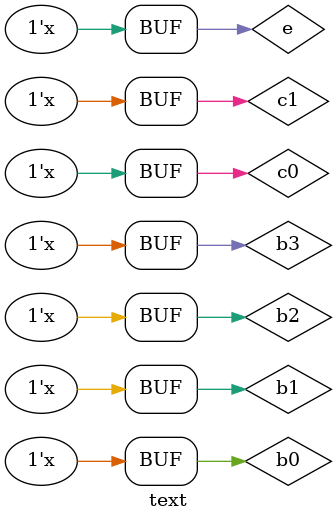
<source format=v>
`timescale 1ns / 1ps


module text(

    );
    reg e,c0,c1,b0,b1,b2,b3;
    wire f;
    select ul(e,c0,c1,b0,b1,b2,b3,f);
    parameter delay=1;
    initial
       begin e=1;
       c1=0;c0=0;
       b0=0;b1=0;b2=0;b3=0;
     end
     
     always #(delay<<1)b0=~b0;
     always #(delay<<2)b1=~b1;
     always #(delay<<3)b2=~b2;
     always #(delay<<4)b3=~b3;
     always #(delay<<5)c0=~c0;
     always #(delay<<6)c1=~c1;
     always #(delay<<7)e=~e;
endmodule

</source>
